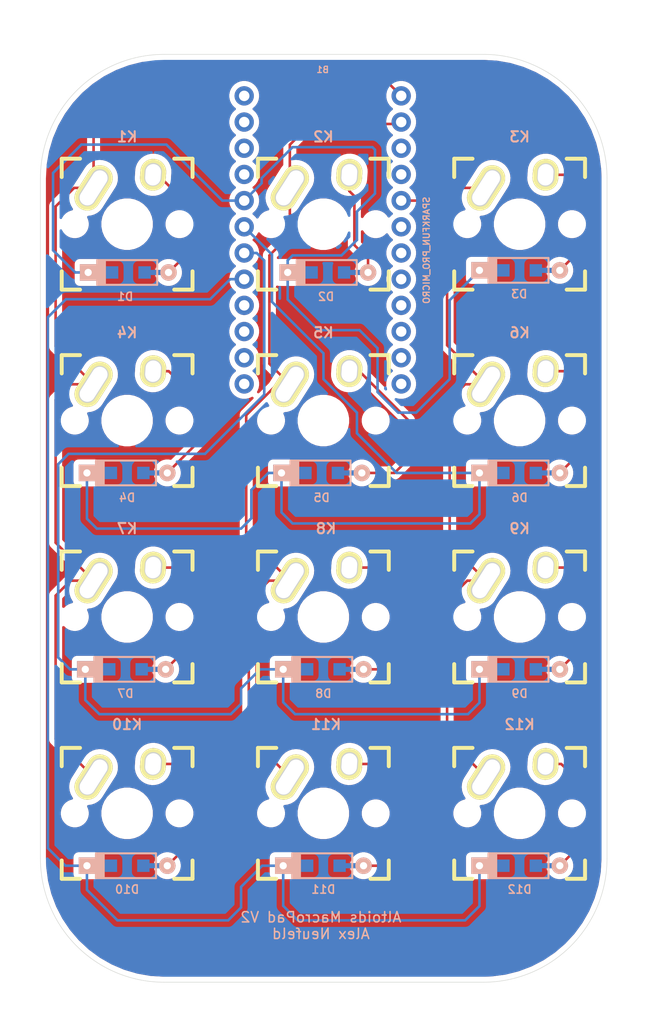
<source format=kicad_pcb>
(kicad_pcb (version 20171130) (host pcbnew 5.1.4-e60b266~84~ubuntu18.04.1)
  (layers (0 F.Cu signal) (31 B.Cu signal) (34 B.Paste user) (35 F.Paste user) (36 B.SilkS user) (37 F.SilkS user) (38 B.Mask user) (39 F.Mask user) (44 Edge.Cuts user))
  (net 0 "")
  (net 1 "Net-(D1-Pad2)")
  (net 2 "Net-(D2-Pad2)")
  (net 3 "Net-(D3-Pad2)")
  (net 4 "Net-(D4-Pad2)")
  (net 5 "Net-(D5-Pad2)")
  (net 6 "Net-(D6-Pad2)")
  (net 7 "Net-(D7-Pad2)")
  (net 8 "Net-(D8-Pad2)")
  (net 9 "Net-(D9-Pad2)")
  (net 10 "Net-(D10-Pad2)")
  (net 11 "Net-(D11-Pad2)")
  (net 12 "Net-(D12-Pad2)")
  (net 13 "Net-(B1-Pad1)")
  (net 14 "Net-(B1-Pad2)")
  (net 15 "Net-(B1-Pad3)")
  (net 16 "Net-(B1-Pad4)")
  (net 17 "Net-(B1-Pad5)")
  (net 18 "Net-(B1-Pad6)")
  (net 19 "Net-(B1-Pad7)")
  (net 20 "Net-(B1-Pad8)")
  (net 21 "Net-(B1-Pad9)")
  (net 22 "Net-(B1-Pad10)")
  (net 23 "Net-(B1-Pad11)")
  (net 24 "Net-(B1-Pad12)")
  (net 25 "Net-(B1-Pad13)")
  (net 26 "Net-(B1-Pad14)")
  (net 27 "Net-(B1-Pad15)")
  (net 28 "Net-(B1-Pad16)")
  (net 29 "Net-(B1-Pad17)")
  (net 30 "Net-(B1-Pad18)")
  (net 31 "Net-(B1-Pad19)")
  (net 32 "Net-(B1-Pad20)")
  (net 33 "Net-(B1-Pad21)")
  (net 34 "Net-(B1-Pad22)")
  (net 35 "Net-(B1-Pad23)")
  (net 36 "Net-(B1-Pad24)")
  (module keebs:Mx_Alps_100 (layer F.Cu) (at 58.39 96.42)
    (fp_text reference K4 (at 0 -8.52) (layer B.SilkS) (effects (font (thickness 0.2)) (justify mirror)))
    (fp_text value KEYSW hide)
    (pad "" np_thru_hole circle (at 0 0) (size 3.9878 3.9878) (drill 3.9878) (layers *.Cu *.Mask))
    (pad "" np_thru_hole circle (at -5.08 0) (size 1.7018 1.7018) (drill 1.7018) (layers *.Cu *.Mask))
    (pad "" np_thru_hole circle (at 5.08 0) (size 1.7018 1.7018) (drill 1.7018) (layers *.Cu *.Mask))
    (pad 1 thru_hole oval (at -3.255 -3.52 327.5) (size 2.5 4.75) (drill oval 1.5 3.75) (layers *.Cu *.Mask F.SilkS) (net 13 "Net-(B1-Pad1)"))
    (pad 2 thru_hole oval (at 2.52 -4.79 356.1) (size 2.5 3.08) (drill oval 1.5 2.08) (layers *.Cu *.Mask F.SilkS) (net 4 "Net-(D4-Pad2)"))
  )
  (module keyboard_parts:D_SOD123_axial (layer B.Cu) (at 58.23 120.55)
    (fp_text reference D7 (at 0 2.35) (layer B.SilkS) (effects (font (size 0.8 0.8)) (justify mirror)))
    (fp_text value D hide)
    (pad 2 smd rect (at 2.7 0) (size 2.5 0.5) (layers B.Cu) (net 7 "Net-(D7-Pad2)"))
    (pad 1 smd rect (at -2.7 0) (size 2.5 0.5) (layers B.Cu) (net 30 "Net-(B1-Pad18)"))
    (pad 2 thru_hole circle (at 3.9 0) (size 1.6 1.6) (drill 0.7) (layers *.Cu *.Mask B.SilkS) (net 7 "Net-(D7-Pad2)"))
    (pad 1 thru_hole rect (at -3.9 0) (size 1.6 1.6) (drill 0.7) (layers *.Cu *.Mask B.SilkS) (net 30 "Net-(B1-Pad18)"))
    (pad 1 smd rect (at -1.575 0) (size 1.2 1.2) (layers B.Cu B.Paste B.Mask) (net 30 "Net-(B1-Pad18)"))
    (pad 2 smd rect (at 1.575 0) (size 1.2 1.2) (layers B.Cu B.Paste B.Mask) (net 7 "Net-(D7-Pad2)"))
  )
  (module keyboard_parts:D_SOD123_axial (layer B.Cu) (at 96.49 101.5)
    (fp_text reference D6 (at 0 2.4) (layer B.SilkS) (effects (font (size 0.8 0.8)) (justify mirror)))
    (fp_text value D hide)
    (pad 2 smd rect (at 1.575 0) (size 1.2 1.2) (layers B.Cu B.Paste B.Mask) (net 6 "Net-(D6-Pad2)"))
    (pad 1 smd rect (at -1.575 0) (size 1.2 1.2) (layers B.Cu B.Paste B.Mask) (net 31 "Net-(B1-Pad19)"))
    (pad 1 thru_hole rect (at -3.9 0) (size 1.6 1.6) (drill 0.7) (layers *.Cu *.Mask B.SilkS) (net 31 "Net-(B1-Pad19)"))
    (pad 2 thru_hole circle (at 3.9 0) (size 1.6 1.6) (drill 0.7) (layers *.Cu *.Mask B.SilkS) (net 6 "Net-(D6-Pad2)"))
    (pad 1 smd rect (at -2.7 0) (size 2.5 0.5) (layers B.Cu) (net 31 "Net-(B1-Pad19)"))
    (pad 2 smd rect (at 2.7 0) (size 2.5 0.5) (layers B.Cu) (net 6 "Net-(D6-Pad2)"))
  )
  (module keyboard_parts:D_SOD123_axial (layer B.Cu) (at 77.275 101.5)
    (fp_text reference D5 (at 0 2.4) (layer B.SilkS) (effects (font (size 0.8 0.8)) (justify mirror)))
    (fp_text value D hide)
    (pad 2 smd rect (at 2.7 0) (size 2.5 0.5) (layers B.Cu) (net 5 "Net-(D5-Pad2)"))
    (pad 1 smd rect (at -2.7 0) (size 2.5 0.5) (layers B.Cu) (net 31 "Net-(B1-Pad19)"))
    (pad 2 thru_hole circle (at 3.9 0) (size 1.6 1.6) (drill 0.7) (layers *.Cu *.Mask B.SilkS) (net 5 "Net-(D5-Pad2)"))
    (pad 1 thru_hole rect (at -3.9 0) (size 1.6 1.6) (drill 0.7) (layers *.Cu *.Mask B.SilkS) (net 31 "Net-(B1-Pad19)"))
    (pad 1 smd rect (at -1.575 0) (size 1.2 1.2) (layers B.Cu B.Paste B.Mask) (net 31 "Net-(B1-Pad19)"))
    (pad 2 smd rect (at 1.575 0) (size 1.2 1.2) (layers B.Cu B.Paste B.Mask) (net 5 "Net-(D5-Pad2)"))
  )
  (module keyboard_parts:D_SOD123_axial (layer B.Cu) (at 58.39 101.5)
    (fp_text reference D4 (at 0 2.4) (layer B.SilkS) (effects (font (size 0.8 0.8)) (justify mirror)))
    (fp_text value D hide)
    (pad 2 smd rect (at 1.575 0) (size 1.2 1.2) (layers B.Cu B.Paste B.Mask) (net 4 "Net-(D4-Pad2)"))
    (pad 1 smd rect (at -1.575 0) (size 1.2 1.2) (layers B.Cu B.Paste B.Mask) (net 31 "Net-(B1-Pad19)"))
    (pad 1 thru_hole rect (at -3.9 0) (size 1.6 1.6) (drill 0.7) (layers *.Cu *.Mask B.SilkS) (net 31 "Net-(B1-Pad19)"))
    (pad 2 thru_hole circle (at 3.9 0) (size 1.6 1.6) (drill 0.7) (layers *.Cu *.Mask B.SilkS) (net 4 "Net-(D4-Pad2)"))
    (pad 1 smd rect (at -2.7 0) (size 2.5 0.5) (layers B.Cu) (net 31 "Net-(B1-Pad19)"))
    (pad 2 smd rect (at 2.7 0) (size 2.5 0.5) (layers B.Cu) (net 4 "Net-(D4-Pad2)"))
  )
  (module keyboard_parts:D_SOD123_axial (layer B.Cu) (at 96.49 81.850001)
    (fp_text reference D3 (at -0.04 2.299999) (layer B.SilkS) (effects (font (size 0.8 0.8)) (justify mirror)))
    (fp_text value D hide)
    (pad 2 smd rect (at 2.7 0) (size 2.5 0.5) (layers B.Cu) (net 3 "Net-(D3-Pad2)"))
    (pad 1 smd rect (at -2.7 0) (size 2.5 0.5) (layers B.Cu) (net 32 "Net-(B1-Pad20)"))
    (pad 2 thru_hole circle (at 3.9 0) (size 1.6 1.6) (drill 0.7) (layers *.Cu *.Mask B.SilkS) (net 3 "Net-(D3-Pad2)"))
    (pad 1 thru_hole rect (at -3.9 0) (size 1.6 1.6) (drill 0.7) (layers *.Cu *.Mask B.SilkS) (net 32 "Net-(B1-Pad20)"))
    (pad 1 smd rect (at -1.575 0) (size 1.2 1.2) (layers B.Cu B.Paste B.Mask) (net 32 "Net-(B1-Pad20)"))
    (pad 2 smd rect (at 1.575 0) (size 1.2 1.2) (layers B.Cu B.Paste B.Mask) (net 3 "Net-(D3-Pad2)"))
  )
  (module keyboard_parts:D_SOD123_axial (layer B.Cu) (at 77.876629 82.053194)
    (fp_text reference D2 (at -0.176629 2.346806) (layer B.SilkS) (effects (font (size 0.8 0.8)) (justify mirror)))
    (fp_text value D hide)
    (pad 2 smd rect (at 1.575 0) (size 1.2 1.2) (layers B.Cu B.Paste B.Mask) (net 2 "Net-(D2-Pad2)"))
    (pad 1 smd rect (at -1.575 0) (size 1.2 1.2) (layers B.Cu B.Paste B.Mask) (net 32 "Net-(B1-Pad20)"))
    (pad 1 thru_hole rect (at -3.9 0) (size 1.6 1.6) (drill 0.7) (layers *.Cu *.Mask B.SilkS) (net 32 "Net-(B1-Pad20)"))
    (pad 2 thru_hole circle (at 3.9 0) (size 1.6 1.6) (drill 0.7) (layers *.Cu *.Mask B.SilkS) (net 2 "Net-(D2-Pad2)"))
    (pad 1 smd rect (at -2.7 0) (size 2.5 0.5) (layers B.Cu) (net 32 "Net-(B1-Pad20)"))
    (pad 2 smd rect (at 2.7 0) (size 2.5 0.5) (layers B.Cu) (net 2 "Net-(D2-Pad2)"))
  )
  (module keebs:Mx_Alps_100 (layer F.Cu) (at 58.39 134.52)
    (fp_text reference K10 (at 0 -8.62) (layer B.SilkS) (effects (font (thickness 0.2)) (justify mirror)))
    (fp_text value KEYSW hide)
    (pad "" np_thru_hole circle (at 0 0) (size 3.9878 3.9878) (drill 3.9878) (layers *.Cu *.Mask))
    (pad "" np_thru_hole circle (at -5.08 0) (size 1.7018 1.7018) (drill 1.7018) (layers *.Cu *.Mask))
    (pad "" np_thru_hole circle (at 5.08 0) (size 1.7018 1.7018) (drill 1.7018) (layers *.Cu *.Mask))
    (pad 1 thru_hole oval (at -3.255 -3.52 327.5) (size 2.5 4.75) (drill oval 1.5 3.75) (layers *.Cu *.Mask F.SilkS) (net 13 "Net-(B1-Pad1)"))
    (pad 2 thru_hole oval (at 2.52 -4.79 356.1) (size 2.5 3.08) (drill oval 1.5 2.08) (layers *.Cu *.Mask F.SilkS) (net 10 "Net-(D10-Pad2)"))
  )
  (module keebs:Mx_Alps_100 (layer F.Cu) (at 96.49 134.52)
    (fp_text reference K12 (at 0 -8.62) (layer B.SilkS) (effects (font (thickness 0.2)) (justify mirror)))
    (fp_text value KEYSW hide)
    (pad "" np_thru_hole circle (at 0 0) (size 3.9878 3.9878) (drill 3.9878) (layers *.Cu *.Mask))
    (pad "" np_thru_hole circle (at -5.08 0) (size 1.7018 1.7018) (drill 1.7018) (layers *.Cu *.Mask))
    (pad "" np_thru_hole circle (at 5.08 0) (size 1.7018 1.7018) (drill 1.7018) (layers *.Cu *.Mask))
    (pad 1 thru_hole oval (at -3.255 -3.52 327.5) (size 2.5 4.75) (drill oval 1.5 3.75) (layers *.Cu *.Mask F.SilkS) (net 17 "Net-(B1-Pad5)"))
    (pad 2 thru_hole oval (at 2.52 -4.79 356.1) (size 2.5 3.08) (drill oval 1.5 2.08) (layers *.Cu *.Mask F.SilkS) (net 12 "Net-(D12-Pad2)"))
  )
  (module keebs:Mx_Alps_100 (layer F.Cu) (at 77.44 134.52)
    (fp_text reference K11 (at 0.26 -8.62) (layer B.SilkS) (effects (font (thickness 0.2)) (justify mirror)))
    (fp_text value KEYSW hide)
    (pad "" np_thru_hole circle (at 0 0) (size 3.9878 3.9878) (drill 3.9878) (layers *.Cu *.Mask))
    (pad "" np_thru_hole circle (at -5.08 0) (size 1.7018 1.7018) (drill 1.7018) (layers *.Cu *.Mask))
    (pad "" np_thru_hole circle (at 5.08 0) (size 1.7018 1.7018) (drill 1.7018) (layers *.Cu *.Mask))
    (pad 1 thru_hole oval (at -3.255 -3.52 327.5) (size 2.5 4.75) (drill oval 1.5 3.75) (layers *.Cu *.Mask F.SilkS) (net 14 "Net-(B1-Pad2)"))
    (pad 2 thru_hole oval (at 2.52 -4.79 356.1) (size 2.5 3.08) (drill oval 1.5 2.08) (layers *.Cu *.Mask F.SilkS) (net 11 "Net-(D11-Pad2)"))
  )
  (module keebs:Mx_Alps_100 (layer F.Cu) (at 77.44 96.42)
    (fp_text reference K5 (at 0 -8.52) (layer B.SilkS) (effects (font (thickness 0.2)) (justify mirror)))
    (fp_text value KEYSW hide)
    (pad 2 thru_hole oval (at 2.52 -4.79 356.1) (size 2.5 3.08) (drill oval 1.5 2.08) (layers *.Cu *.Mask F.SilkS) (net 5 "Net-(D5-Pad2)"))
    (pad 1 thru_hole oval (at -3.255 -3.52 327.5) (size 2.5 4.75) (drill oval 1.5 3.75) (layers *.Cu *.Mask F.SilkS) (net 14 "Net-(B1-Pad2)"))
    (pad "" np_thru_hole circle (at 5.08 0) (size 1.7018 1.7018) (drill 1.7018) (layers *.Cu *.Mask))
    (pad "" np_thru_hole circle (at -5.08 0) (size 1.7018 1.7018) (drill 1.7018) (layers *.Cu *.Mask))
    (pad "" np_thru_hole circle (at 0 0) (size 3.9878 3.9878) (drill 3.9878) (layers *.Cu *.Mask))
  )
  (module SPARKFUN_PRO_MICRO (layer B.Cu) (at 77.375 77.625 180)
    (fp_text reference B1 (at 0 15.24) (layer B.SilkS) (effects (font (size 0.6096 0.6096) (thickness 0.127)) (justify mirror)))
    (fp_text value SPARKFUN_PRO_MICRO (at -10.075 -2.275 270) (layer B.SilkS) (effects (font (size 0.6096 0.6096) (thickness 0.127)) (justify mirror)))
    (pad 1 thru_hole circle (at -7.62 12.7 180) (size 1.8796 1.8796) (drill 1.016) (layers *.Cu *.Mask) (net 13 "Net-(B1-Pad1)"))
    (pad 2 thru_hole circle (at -7.62 10.16 180) (size 1.8796 1.8796) (drill 1.016) (layers *.Cu *.Mask) (net 14 "Net-(B1-Pad2)"))
    (pad 3 thru_hole circle (at -7.62 7.62 180) (size 1.8796 1.8796) (drill 1.016) (layers *.Cu *.Mask) (net 15 "Net-(B1-Pad3)"))
    (pad 4 thru_hole circle (at -7.62 5.08 180) (size 1.8796 1.8796) (drill 1.016) (layers *.Cu *.Mask) (net 16 "Net-(B1-Pad4)"))
    (pad 5 thru_hole circle (at -7.62 2.54 180) (size 1.8796 1.8796) (drill 1.016) (layers *.Cu *.Mask) (net 17 "Net-(B1-Pad5)"))
    (pad 6 thru_hole circle (at -7.62 0 180) (size 1.8796 1.8796) (drill 1.016) (layers *.Cu *.Mask) (net 18 "Net-(B1-Pad6)"))
    (pad 7 thru_hole circle (at -7.62 -2.54 180) (size 1.8796 1.8796) (drill 1.016) (layers *.Cu *.Mask) (net 19 "Net-(B1-Pad7)"))
    (pad 8 thru_hole circle (at -7.62 -5.08 180) (size 1.8796 1.8796) (drill 1.016) (layers *.Cu *.Mask) (net 20 "Net-(B1-Pad8)"))
    (pad 9 thru_hole circle (at -7.62 -7.62 180) (size 1.8796 1.8796) (drill 1.016) (layers *.Cu *.Mask) (net 21 "Net-(B1-Pad9)"))
    (pad 10 thru_hole circle (at -7.62 -10.16 180) (size 1.8796 1.8796) (drill 1.016) (layers *.Cu *.Mask) (net 22 "Net-(B1-Pad10)"))
    (pad 11 thru_hole circle (at -7.62 -12.7 180) (size 1.8796 1.8796) (drill 1.016) (layers *.Cu *.Mask) (net 23 "Net-(B1-Pad11)"))
    (pad 12 thru_hole circle (at -7.62 -15.24 180) (size 1.8796 1.8796) (drill 1.016) (layers *.Cu *.Mask) (net 24 "Net-(B1-Pad12)"))
    (pad 13 thru_hole circle (at 7.62 -15.24 180) (size 1.8796 1.8796) (drill 1.016) (layers *.Cu *.Mask) (net 25 "Net-(B1-Pad13)"))
    (pad 14 thru_hole circle (at 7.62 -12.7 180) (size 1.8796 1.8796) (drill 1.016) (layers *.Cu *.Mask) (net 26 "Net-(B1-Pad14)"))
    (pad 15 thru_hole circle (at 7.62 -10.16 180) (size 1.8796 1.8796) (drill 1.016) (layers *.Cu *.Mask) (net 27 "Net-(B1-Pad15)"))
    (pad 16 thru_hole circle (at 7.62 -7.62 180) (size 1.8796 1.8796) (drill 1.016) (layers *.Cu *.Mask) (net 28 "Net-(B1-Pad16)"))
    (pad 17 thru_hole circle (at 7.62 -5.08 180) (size 1.8796 1.8796) (drill 1.016) (layers *.Cu *.Mask) (net 29 "Net-(B1-Pad17)"))
    (pad 18 thru_hole circle (at 7.62 -2.54 180) (size 1.8796 1.8796) (drill 1.016) (layers *.Cu *.Mask) (net 30 "Net-(B1-Pad18)"))
    (pad 19 thru_hole circle (at 7.62 0 180) (size 1.8796 1.8796) (drill 1.016) (layers *.Cu *.Mask) (net 31 "Net-(B1-Pad19)"))
    (pad 20 thru_hole circle (at 7.62 2.54 180) (size 1.8796 1.8796) (drill 1.016) (layers *.Cu *.Mask) (net 32 "Net-(B1-Pad20)"))
    (pad 21 thru_hole circle (at 7.62 5.08 180) (size 1.8796 1.8796) (drill 1.016) (layers *.Cu *.Mask) (net 33 "Net-(B1-Pad21)"))
    (pad 22 thru_hole circle (at 7.62 7.62 180) (size 1.8796 1.8796) (drill 1.016) (layers *.Cu *.Mask) (net 34 "Net-(B1-Pad22)"))
    (pad 23 thru_hole circle (at 7.62 10.16 180) (size 1.8796 1.8796) (drill 1.016) (layers *.Cu *.Mask) (net 35 "Net-(B1-Pad23)"))
    (pad 24 thru_hole circle (at 7.62 12.7 180) (size 1.8796 1.8796) (drill 1.016) (layers *.Cu *.Mask) (net 36 "Net-(B1-Pad24)"))
  )
  (module keebs:Mx_Alps_100 (layer F.Cu) (at 58.39 77.37)
    (fp_text reference K1 (at 0 -8.47) (layer B.SilkS) (effects (font (thickness 0.2)) (justify mirror)))
    (fp_text value KEYSW hide)
    (pad 2 thru_hole oval (at 2.52 -4.79 356.1) (size 2.5 3.08) (drill oval 1.5 2.08) (layers *.Cu *.Mask F.SilkS) (net 1 "Net-(D1-Pad2)"))
    (pad 1 thru_hole oval (at -3.255 -3.52 327.5) (size 2.5 4.75) (drill oval 1.5 3.75) (layers *.Cu *.Mask F.SilkS) (net 13 "Net-(B1-Pad1)"))
    (pad "" np_thru_hole circle (at 5.08 0) (size 1.7018 1.7018) (drill 1.7018) (layers *.Cu *.Mask))
    (pad "" np_thru_hole circle (at -5.08 0) (size 1.7018 1.7018) (drill 1.7018) (layers *.Cu *.Mask))
    (pad "" np_thru_hole circle (at 0 0) (size 3.9878 3.9878) (drill 3.9878) (layers *.Cu *.Mask))
  )
  (module keebs:Mx_Alps_100 (layer F.Cu) (at 77.44 115.47)
    (fp_text reference K8 (at 0.26 -8.57) (layer B.SilkS) (effects (font (thickness 0.2)) (justify mirror)))
    (fp_text value KEYSW hide)
    (pad 2 thru_hole oval (at 2.52 -4.79 356.1) (size 2.5 3.08) (drill oval 1.5 2.08) (layers *.Cu *.Mask F.SilkS) (net 8 "Net-(D8-Pad2)"))
    (pad 1 thru_hole oval (at -3.255 -3.52 327.5) (size 2.5 4.75) (drill oval 1.5 3.75) (layers *.Cu *.Mask F.SilkS) (net 14 "Net-(B1-Pad2)"))
    (pad "" np_thru_hole circle (at 5.08 0) (size 1.7018 1.7018) (drill 1.7018) (layers *.Cu *.Mask))
    (pad "" np_thru_hole circle (at -5.08 0) (size 1.7018 1.7018) (drill 1.7018) (layers *.Cu *.Mask))
    (pad "" np_thru_hole circle (at 0 0) (size 3.9878 3.9878) (drill 3.9878) (layers *.Cu *.Mask))
  )
  (module keyboard_parts:D_SOD123_axial (layer B.Cu) (at 58.507865 82.053194)
    (fp_text reference D1 (at -0.307865 2.346806) (layer B.SilkS) (effects (font (size 0.8 0.8)) (justify mirror)))
    (fp_text value D hide)
    (pad 2 smd rect (at 2.7 0) (size 2.5 0.5) (layers B.Cu) (net 1 "Net-(D1-Pad2)"))
    (pad 1 smd rect (at -2.7 0) (size 2.5 0.5) (layers B.Cu) (net 32 "Net-(B1-Pad20)"))
    (pad 2 thru_hole circle (at 3.9 0) (size 1.6 1.6) (drill 0.7) (layers *.Cu *.Mask B.SilkS) (net 1 "Net-(D1-Pad2)"))
    (pad 1 thru_hole rect (at -3.9 0) (size 1.6 1.6) (drill 0.7) (layers *.Cu *.Mask B.SilkS) (net 32 "Net-(B1-Pad20)"))
    (pad 1 smd rect (at -1.575 0) (size 1.2 1.2) (layers B.Cu B.Paste B.Mask) (net 32 "Net-(B1-Pad20)"))
    (pad 2 smd rect (at 1.575 0) (size 1.2 1.2) (layers B.Cu B.Paste B.Mask) (net 1 "Net-(D1-Pad2)"))
  )
  (module keyboard_parts:D_SOD123_axial (layer B.Cu) (at 77.44 120.55)
    (fp_text reference D8 (at 0 2.35) (layer B.SilkS) (effects (font (size 0.8 0.8)) (justify mirror)))
    (fp_text value D hide)
    (pad 2 smd rect (at 1.575 0) (size 1.2 1.2) (layers B.Cu B.Paste B.Mask) (net 8 "Net-(D8-Pad2)"))
    (pad 1 smd rect (at -1.575 0) (size 1.2 1.2) (layers B.Cu B.Paste B.Mask) (net 30 "Net-(B1-Pad18)"))
    (pad 1 thru_hole rect (at -3.9 0) (size 1.6 1.6) (drill 0.7) (layers *.Cu *.Mask B.SilkS) (net 30 "Net-(B1-Pad18)"))
    (pad 2 thru_hole circle (at 3.9 0) (size 1.6 1.6) (drill 0.7) (layers *.Cu *.Mask B.SilkS) (net 8 "Net-(D8-Pad2)"))
    (pad 1 smd rect (at -2.7 0) (size 2.5 0.5) (layers B.Cu) (net 30 "Net-(B1-Pad18)"))
    (pad 2 smd rect (at 2.7 0) (size 2.5 0.5) (layers B.Cu) (net 8 "Net-(D8-Pad2)"))
  )
  (module keyboard_parts:D_SOD123_axial (layer B.Cu) (at 58.39 139.6)
    (fp_text reference D10 (at 0 2.3) (layer B.SilkS) (effects (font (size 0.8 0.8)) (justify mirror)))
    (fp_text value D hide)
    (pad 2 smd rect (at 1.575 0) (size 1.2 1.2) (layers B.Cu B.Paste B.Mask) (net 10 "Net-(D10-Pad2)"))
    (pad 1 smd rect (at -1.575 0) (size 1.2 1.2) (layers B.Cu B.Paste B.Mask) (net 29 "Net-(B1-Pad17)"))
    (pad 1 thru_hole rect (at -3.9 0) (size 1.6 1.6) (drill 0.7) (layers *.Cu *.Mask B.SilkS) (net 29 "Net-(B1-Pad17)"))
    (pad 2 thru_hole circle (at 3.9 0) (size 1.6 1.6) (drill 0.7) (layers *.Cu *.Mask B.SilkS) (net 10 "Net-(D10-Pad2)"))
    (pad 1 smd rect (at -2.7 0) (size 2.5 0.5) (layers B.Cu) (net 29 "Net-(B1-Pad17)"))
    (pad 2 smd rect (at 2.7 0) (size 2.5 0.5) (layers B.Cu) (net 10 "Net-(D10-Pad2)"))
  )
  (module keyboard_parts:D_SOD123_axial (layer B.Cu) (at 96.49 139.6)
    (fp_text reference D12 (at 0 2.3) (layer B.SilkS) (effects (font (size 0.8 0.8)) (justify mirror)))
    (fp_text value D hide)
    (pad 2 smd rect (at 1.575 0) (size 1.2 1.2) (layers B.Cu B.Paste B.Mask) (net 12 "Net-(D12-Pad2)"))
    (pad 1 smd rect (at -1.575 0) (size 1.2 1.2) (layers B.Cu B.Paste B.Mask) (net 29 "Net-(B1-Pad17)"))
    (pad 1 thru_hole rect (at -3.9 0) (size 1.6 1.6) (drill 0.7) (layers *.Cu *.Mask B.SilkS) (net 29 "Net-(B1-Pad17)"))
    (pad 2 thru_hole circle (at 3.9 0) (size 1.6 1.6) (drill 0.7) (layers *.Cu *.Mask B.SilkS) (net 12 "Net-(D12-Pad2)"))
    (pad 1 smd rect (at -2.7 0) (size 2.5 0.5) (layers B.Cu) (net 29 "Net-(B1-Pad17)"))
    (pad 2 smd rect (at 2.7 0) (size 2.5 0.5) (layers B.Cu) (net 12 "Net-(D12-Pad2)"))
  )
  (module keyboard_parts:D_SOD123_axial (layer B.Cu) (at 77.44 139.6)
    (fp_text reference D11 (at 0 2.3) (layer B.SilkS) (effects (font (size 0.8 0.8)) (justify mirror)))
    (fp_text value D hide)
    (pad 2 smd rect (at 2.7 0) (size 2.5 0.5) (layers B.Cu) (net 11 "Net-(D11-Pad2)"))
    (pad 1 smd rect (at -2.7 0) (size 2.5 0.5) (layers B.Cu) (net 29 "Net-(B1-Pad17)"))
    (pad 2 thru_hole circle (at 3.9 0) (size 1.6 1.6) (drill 0.7) (layers *.Cu *.Mask B.SilkS) (net 11 "Net-(D11-Pad2)"))
    (pad 1 thru_hole rect (at -3.9 0) (size 1.6 1.6) (drill 0.7) (layers *.Cu *.Mask B.SilkS) (net 29 "Net-(B1-Pad17)"))
    (pad 1 smd rect (at -1.575 0) (size 1.2 1.2) (layers B.Cu B.Paste B.Mask) (net 29 "Net-(B1-Pad17)"))
    (pad 2 smd rect (at 1.575 0) (size 1.2 1.2) (layers B.Cu B.Paste B.Mask) (net 11 "Net-(D11-Pad2)"))
  )
  (module keebs:Mx_Alps_100 (layer F.Cu) (at 77.44 77.37)
    (fp_text reference K2 (at 0 -8.47) (layer B.SilkS) (effects (font (thickness 0.2)) (justify mirror)))
    (fp_text value KEYSW hide)
    (pad "" np_thru_hole circle (at 0 0) (size 3.9878 3.9878) (drill 3.9878) (layers *.Cu *.Mask))
    (pad "" np_thru_hole circle (at -5.08 0) (size 1.7018 1.7018) (drill 1.7018) (layers *.Cu *.Mask))
    (pad "" np_thru_hole circle (at 5.08 0) (size 1.7018 1.7018) (drill 1.7018) (layers *.Cu *.Mask))
    (pad 1 thru_hole oval (at -3.255 -3.52 327.5) (size 2.5 4.75) (drill oval 1.5 3.75) (layers *.Cu *.Mask F.SilkS) (net 14 "Net-(B1-Pad2)"))
    (pad 2 thru_hole oval (at 2.52 -4.79 356.1) (size 2.5 3.08) (drill oval 1.5 2.08) (layers *.Cu *.Mask F.SilkS) (net 2 "Net-(D2-Pad2)"))
  )
  (module keebs:Mx_Alps_100 (layer F.Cu) (at 96.49 96.42)
    (fp_text reference K6 (at 0 -8.52) (layer B.SilkS) (effects (font (thickness 0.2)) (justify mirror)))
    (fp_text value KEYSW hide)
    (pad 2 thru_hole oval (at 2.52 -4.79 356.1) (size 2.5 3.08) (drill oval 1.5 2.08) (layers *.Cu *.Mask F.SilkS) (net 6 "Net-(D6-Pad2)"))
    (pad 1 thru_hole oval (at -3.255 -3.52 327.5) (size 2.5 4.75) (drill oval 1.5 3.75) (layers *.Cu *.Mask F.SilkS) (net 17 "Net-(B1-Pad5)"))
    (pad "" np_thru_hole circle (at 5.08 0) (size 1.7018 1.7018) (drill 1.7018) (layers *.Cu *.Mask))
    (pad "" np_thru_hole circle (at -5.08 0) (size 1.7018 1.7018) (drill 1.7018) (layers *.Cu *.Mask))
    (pad "" np_thru_hole circle (at 0 0) (size 3.9878 3.9878) (drill 3.9878) (layers *.Cu *.Mask))
  )
  (module keebs:Mx_Alps_100 (layer F.Cu) (at 58.39 115.47)
    (fp_text reference K7 (at 0 -8.57) (layer B.SilkS) (effects (font (thickness 0.2)) (justify mirror)))
    (fp_text value KEYSW hide)
    (pad 2 thru_hole oval (at 2.52 -4.79 356.1) (size 2.5 3.08) (drill oval 1.5 2.08) (layers *.Cu *.Mask F.SilkS) (net 7 "Net-(D7-Pad2)"))
    (pad 1 thru_hole oval (at -3.255 -3.52 327.5) (size 2.5 4.75) (drill oval 1.5 3.75) (layers *.Cu *.Mask F.SilkS) (net 13 "Net-(B1-Pad1)"))
    (pad "" np_thru_hole circle (at 5.08 0) (size 1.7018 1.7018) (drill 1.7018) (layers *.Cu *.Mask))
    (pad "" np_thru_hole circle (at -5.08 0) (size 1.7018 1.7018) (drill 1.7018) (layers *.Cu *.Mask))
    (pad "" np_thru_hole circle (at 0 0) (size 3.9878 3.9878) (drill 3.9878) (layers *.Cu *.Mask))
  )
  (module keyboard_parts:D_SOD123_axial (layer B.Cu) (at 96.49 120.55)
    (fp_text reference D9 (at 0 2.35) (layer B.SilkS) (effects (font (size 0.8 0.8)) (justify mirror)))
    (fp_text value D hide)
    (pad 2 smd rect (at 2.7 0) (size 2.5 0.5) (layers B.Cu) (net 9 "Net-(D9-Pad2)"))
    (pad 1 smd rect (at -2.7 0) (size 2.5 0.5) (layers B.Cu) (net 30 "Net-(B1-Pad18)"))
    (pad 2 thru_hole circle (at 3.9 0) (size 1.6 1.6) (drill 0.7) (layers *.Cu *.Mask B.SilkS) (net 9 "Net-(D9-Pad2)"))
    (pad 1 thru_hole rect (at -3.9 0) (size 1.6 1.6) (drill 0.7) (layers *.Cu *.Mask B.SilkS) (net 30 "Net-(B1-Pad18)"))
    (pad 1 smd rect (at -1.575 0) (size 1.2 1.2) (layers B.Cu B.Paste B.Mask) (net 30 "Net-(B1-Pad18)"))
    (pad 2 smd rect (at 1.575 0) (size 1.2 1.2) (layers B.Cu B.Paste B.Mask) (net 9 "Net-(D9-Pad2)"))
  )
  (module keebs:Mx_Alps_100 (layer F.Cu) (at 96.49 115.47)
    (fp_text reference K9 (at 0 -8.57) (layer B.SilkS) (effects (font (thickness 0.2)) (justify mirror)))
    (fp_text value KEYSW hide)
    (pad "" np_thru_hole circle (at 0 0) (size 3.9878 3.9878) (drill 3.9878) (layers *.Cu *.Mask))
    (pad "" np_thru_hole circle (at -5.08 0) (size 1.7018 1.7018) (drill 1.7018) (layers *.Cu *.Mask))
    (pad "" np_thru_hole circle (at 5.08 0) (size 1.7018 1.7018) (drill 1.7018) (layers *.Cu *.Mask))
    (pad 1 thru_hole oval (at -3.255 -3.52 327.5) (size 2.5 4.75) (drill oval 1.5 3.75) (layers *.Cu *.Mask F.SilkS) (net 17 "Net-(B1-Pad5)"))
    (pad 2 thru_hole oval (at 2.52 -4.79 356.1) (size 2.5 3.08) (drill oval 1.5 2.08) (layers *.Cu *.Mask F.SilkS) (net 9 "Net-(D9-Pad2)"))
  )
  (module keebs:Mx_Alps_100 (layer F.Cu) (at 96.49 77.37)
    (fp_text reference K3 (at 0 -8.47) (layer B.SilkS) (effects (font (thickness 0.2)) (justify mirror)))
    (fp_text value KEYSW hide)
    (pad 2 thru_hole oval (at 2.52 -4.79 356.1) (size 2.5 3.08) (drill oval 1.5 2.08) (layers *.Cu *.Mask F.SilkS) (net 3 "Net-(D3-Pad2)"))
    (pad 1 thru_hole oval (at -3.255 -3.52 327.5) (size 2.5 4.75) (drill oval 1.5 3.75) (layers *.Cu *.Mask F.SilkS) (net 17 "Net-(B1-Pad5)"))
    (pad "" np_thru_hole circle (at 5.08 0) (size 1.7018 1.7018) (drill 1.7018) (layers *.Cu *.Mask))
    (pad "" np_thru_hole circle (at -5.08 0) (size 1.7018 1.7018) (drill 1.7018) (layers *.Cu *.Mask))
    (pad "" np_thru_hole circle (at 0 0) (size 3.9878 3.9878) (drill 3.9878) (layers *.Cu *.Mask))
  )
  (gr_arc (start 74.791199 111.0061) (end 75.423743 111.409075) (angle -180) (layer Edge.Cuts) (width 0.2))
  (gr_line (start 80.690199 111.0252) (end 80.729699 110.4466) (layer Edge.Cuts) (width 0.2))
  (gr_arc (start 79.981399 110.3956) (end 80.729663 110.446612) (angle -180) (layer Edge.Cuts) (width 0.2))
  (gr_line (start 74.214799 113.3067) (end 75.423699 111.4091) (layer Edge.Cuts) (width 0.2))
  (gr_line (start 72.949699 112.5007) (end 74.158599 110.6031) (layer Edge.Cuts) (width 0.2))
  (gr_arc (start 73.582199 112.9037) (end 72.949656 112.500726) (angle -180) (layer Edge.Cuts) (width 0.2))
  (gr_line (start 79.193699 110.9232) (end 79.233199 110.3446) (layer Edge.Cuts) (width 0.2))
  (gr_arc (start 79.942 110.9742) (end 79.193736 110.923189) (angle -180) (layer Edge.Cuts) (width 0.2))
  (gr_arc (start 93.815799 110.9807) (end 94.448343 111.383675) (angle -180) (layer Edge.Cuts) (width 0.2))
  (gr_line (start 99.714799 110.9998) (end 99.754299 110.4212) (layer Edge.Cuts) (width 0.2))
  (gr_arc (start 99.005999 110.3702) (end 99.754263 110.421212) (angle -180) (layer Edge.Cuts) (width 0.2))
  (gr_line (start 93.239399 113.2813) (end 94.448299 111.3837) (layer Edge.Cuts) (width 0.2))
  (gr_line (start 91.974299 112.4753) (end 93.183199 110.5777) (layer Edge.Cuts) (width 0.2))
  (gr_arc (start 92.606799 112.8783) (end 91.974256 112.475326) (angle -180) (layer Edge.Cuts) (width 0.2))
  (gr_line (start 98.218299 110.8978) (end 98.257799 110.3192) (layer Edge.Cuts) (width 0.2))
  (gr_arc (start 98.9666 110.9488) (end 98.218336 110.897789) (angle -180) (layer Edge.Cuts) (width 0.2))
  (gr_arc (start 93.841199 130.0307) (end 94.473743 130.433675) (angle -180) (layer Edge.Cuts) (width 0.2))
  (gr_line (start 99.740199 130.0498) (end 99.779699 129.4712) (layer Edge.Cuts) (width 0.2))
  (gr_arc (start 99.031399 129.4202) (end 99.779663 129.471212) (angle -180) (layer Edge.Cuts) (width 0.2))
  (gr_line (start 93.264799 132.3313) (end 94.473699 130.4337) (layer Edge.Cuts) (width 0.2))
  (gr_line (start 91.999699 131.5253) (end 93.208599 129.6277) (layer Edge.Cuts) (width 0.2))
  (gr_arc (start 92.632199 131.9283) (end 91.999656 131.525326) (angle -180) (layer Edge.Cuts) (width 0.2))
  (gr_line (start 98.243699 129.9478) (end 98.283199 129.3692) (layer Edge.Cuts) (width 0.2))
  (gr_arc (start 98.992 129.9988) (end 98.243736 129.947789) (angle -180) (layer Edge.Cuts) (width 0.2))
  (gr_arc (start 74.791199 130.0307) (end 75.423743 130.433675) (angle -180) (layer Edge.Cuts) (width 0.2))
  (gr_line (start 80.690199 130.0498) (end 80.729699 129.4712) (layer Edge.Cuts) (width 0.2))
  (gr_arc (start 79.981399 129.4202) (end 80.729663 129.471212) (angle -180) (layer Edge.Cuts) (width 0.2))
  (gr_line (start 74.214799 132.3313) (end 75.423699 130.4337) (layer Edge.Cuts) (width 0.2))
  (gr_line (start 72.949699 131.5253) (end 74.158599 129.6277) (layer Edge.Cuts) (width 0.2))
  (gr_arc (start 73.582199 131.9283) (end 72.949656 131.525326) (angle -180) (layer Edge.Cuts) (width 0.2))
  (gr_line (start 79.193699 129.9478) (end 79.233199 129.3692) (layer Edge.Cuts) (width 0.2))
  (gr_arc (start 79.942 129.9988) (end 79.193736 129.947789) (angle -180) (layer Edge.Cuts) (width 0.2))
  (gr_arc (start 55.741199 130.0307) (end 56.373743 130.433675) (angle -180) (layer Edge.Cuts) (width 0.2))
  (gr_line (start 61.640199 130.0498) (end 61.679699 129.4712) (layer Edge.Cuts) (width 0.2))
  (gr_arc (start 60.931399 129.4202) (end 61.679663 129.471212) (angle -180) (layer Edge.Cuts) (width 0.2))
  (gr_line (start 55.164799 132.3313) (end 56.373699 130.4337) (layer Edge.Cuts) (width 0.2))
  (gr_line (start 53.899699 131.5253) (end 55.108599 129.6277) (layer Edge.Cuts) (width 0.2))
  (gr_arc (start 54.532199 131.9283) (end 53.899656 131.525326) (angle -180) (layer Edge.Cuts) (width 0.2))
  (gr_line (start 60.143699 129.9478) (end 60.183199 129.3692) (layer Edge.Cuts) (width 0.2))
  (gr_arc (start 60.892 129.9988) (end 60.143736 129.947789) (angle -180) (layer Edge.Cuts) (width 0.2))
  (gr_arc (start 55.766599 110.9807) (end 56.399143 111.383675) (angle -180) (layer Edge.Cuts) (width 0.2))
  (gr_line (start 61.665599 110.9998) (end 61.705099 110.4212) (layer Edge.Cuts) (width 0.2))
  (gr_arc (start 60.956799 110.3702) (end 61.705063 110.421212) (angle -180) (layer Edge.Cuts) (width 0.2))
  (gr_line (start 55.190199 113.2813) (end 56.399099 111.3837) (layer Edge.Cuts) (width 0.2))
  (gr_line (start 53.925099 112.4753) (end 55.133999 110.5777) (layer Edge.Cuts) (width 0.2))
  (gr_arc (start 54.557599 112.8783) (end 53.925056 112.475326) (angle -180) (layer Edge.Cuts) (width 0.2))
  (gr_line (start 60.169099 110.8978) (end 60.208599 110.3192) (layer Edge.Cuts) (width 0.2))
  (gr_arc (start 60.9174 110.9488) (end 60.169136 110.897789) (angle -180) (layer Edge.Cuts) (width 0.2))
  (gr_arc (start 55.741199 91.9561) (end 56.373743 92.359075) (angle -180) (layer Edge.Cuts) (width 0.2))
  (gr_line (start 61.640199 91.9752) (end 61.679699 91.3966) (layer Edge.Cuts) (width 0.2))
  (gr_arc (start 60.931399 91.3456) (end 61.679663 91.396612) (angle -180) (layer Edge.Cuts) (width 0.2))
  (gr_line (start 55.164799 94.2567) (end 56.373699 92.3591) (layer Edge.Cuts) (width 0.2))
  (gr_line (start 53.899699 93.4507) (end 55.108599 91.5531) (layer Edge.Cuts) (width 0.2))
  (gr_arc (start 54.532199 93.8537) (end 53.899656 93.450726) (angle -180) (layer Edge.Cuts) (width 0.2))
  (gr_line (start 60.143699 91.8732) (end 60.183199 91.2946) (layer Edge.Cuts) (width 0.2))
  (gr_arc (start 60.892 91.9242) (end 60.143736 91.873189) (angle -180) (layer Edge.Cuts) (width 0.2))
  (gr_arc (start 74.791199 91.9307) (end 75.423743 92.333675) (angle -180) (layer Edge.Cuts) (width 0.2))
  (gr_line (start 80.690199 91.9498) (end 80.729699 91.3712) (layer Edge.Cuts) (width 0.2))
  (gr_arc (start 79.981399 91.3202) (end 80.729663 91.371212) (angle -180) (layer Edge.Cuts) (width 0.2))
  (gr_line (start 74.214799 94.2313) (end 75.423699 92.3337) (layer Edge.Cuts) (width 0.2))
  (gr_line (start 72.949699 93.4253) (end 74.158599 91.5277) (layer Edge.Cuts) (width 0.2))
  (gr_arc (start 73.582199 93.8283) (end 72.949656 93.425326) (angle -180) (layer Edge.Cuts) (width 0.2))
  (gr_line (start 79.193699 91.8478) (end 79.233199 91.2692) (layer Edge.Cuts) (width 0.2))
  (gr_arc (start 79.942 91.8988) (end 79.193736 91.847789) (angle -180) (layer Edge.Cuts) (width 0.2))
  (gr_arc (start 93.841199 91.9561) (end 94.473743 92.359075) (angle -180) (layer Edge.Cuts) (width 0.2))
  (gr_line (start 99.740199 91.9752) (end 99.779699 91.3966) (layer Edge.Cuts) (width 0.2))
  (gr_arc (start 99.031399 91.3456) (end 99.779663 91.396612) (angle -180) (layer Edge.Cuts) (width 0.2))
  (gr_line (start 93.264799 94.2567) (end 94.473699 92.3591) (layer Edge.Cuts) (width 0.2))
  (gr_line (start 91.999699 93.4507) (end 93.208599 91.5531) (layer Edge.Cuts) (width 0.2))
  (gr_arc (start 92.632199 93.8537) (end 91.999656 93.450726) (angle -180) (layer Edge.Cuts) (width 0.2))
  (gr_line (start 98.243699 91.8732) (end 98.283199 91.2946) (layer Edge.Cuts) (width 0.2))
  (gr_arc (start 98.992 91.9242) (end 98.243736 91.873189) (angle -180) (layer Edge.Cuts) (width 0.2))
  (gr_arc (start 93.866599 72.9061) (end 94.499143 73.309075) (angle -180) (layer Edge.Cuts) (width 0.2))
  (gr_line (start 99.765599 72.9252) (end 99.805099 72.3466) (layer Edge.Cuts) (width 0.2))
  (gr_arc (start 99.056799 72.2956) (end 99.805063 72.346612) (angle -180) (layer Edge.Cuts) (width 0.2))
  (gr_line (start 93.290199 75.2067) (end 94.499099 73.3091) (layer Edge.Cuts) (width 0.2))
  (gr_line (start 92.025099 74.4007) (end 93.233999 72.5031) (layer Edge.Cuts) (width 0.2))
  (gr_arc (start 92.657599 74.8037) (end 92.025056 74.400726) (angle -180) (layer Edge.Cuts) (width 0.2))
  (gr_line (start 98.269099 72.8232) (end 98.308599 72.2446) (layer Edge.Cuts) (width 0.2))
  (gr_arc (start 99.0174 72.8742) (end 98.269136 72.823189) (angle -180) (layer Edge.Cuts) (width 0.2))
  (gr_arc (start 74.791199 72.9061) (end 75.423743 73.309075) (angle -180) (layer Edge.Cuts) (width 0.2))
  (gr_line (start 80.690199 72.9252) (end 80.729699 72.3466) (layer Edge.Cuts) (width 0.2))
  (gr_arc (start 79.981399 72.2956) (end 80.729663 72.346612) (angle -180) (layer Edge.Cuts) (width 0.2))
  (gr_line (start 74.214799 75.2067) (end 75.423699 73.3091) (layer Edge.Cuts) (width 0.2))
  (gr_line (start 72.949699 74.4007) (end 74.158599 72.5031) (layer Edge.Cuts) (width 0.2))
  (gr_arc (start 73.582199 74.8037) (end 72.949656 74.400726) (angle -180) (layer Edge.Cuts) (width 0.2))
  (gr_line (start 79.193699 72.8232) (end 79.233199 72.2446) (layer Edge.Cuts) (width 0.2))
  (gr_arc (start 79.942 72.8742) (end 79.193736 72.823189) (angle -180) (layer Edge.Cuts) (width 0.2))
  (gr_arc (start 55.741199 72.8807) (end 56.373743 73.283675) (angle -180) (layer Edge.Cuts) (width 0.2))
  (gr_line (start 61.640199 72.8998) (end 61.679699 72.3212) (layer Edge.Cuts) (width 0.2))
  (gr_arc (start 60.931399 72.2702) (end 61.679663 72.321212) (angle -180) (layer Edge.Cuts) (width 0.2))
  (gr_line (start 55.164799 75.1813) (end 56.373699 73.2837) (layer Edge.Cuts) (width 0.2))
  (gr_line (start 53.899699 74.3753) (end 55.108599 72.4777) (layer Edge.Cuts) (width 0.2))
  (gr_arc (start 54.532199 74.7783) (end 53.899656 74.375326) (angle -180) (layer Edge.Cuts) (width 0.2))
  (gr_line (start 60.143699 72.7978) (end 60.183199 72.2192) (layer Edge.Cuts) (width 0.2))
  (gr_arc (start 60.892 72.8488) (end 60.143736 72.797789) (angle -180) (layer Edge.Cuts) (width 0.2))
  (gr_text "Altoids MacroPad V2\nAlex Neufeld" (at 77.2 145.4) (layer B.SilkS) (effects (font (size 1 1)) (justify mirror)))
  (gr_line (start 92.975 150.9) (end 61.975 150.9) (layer Edge.Cuts) (width 0.05))
  (gr_arc (start 92.975 138.9) (end 92.975 150.9) (angle -90) (layer Edge.Cuts) (width 0.05))
  (gr_arc (start 92.975 72.9) (end 104.975 72.9) (angle -90) (layer Edge.Cuts) (width 0.05))
  (gr_line (start 104.975 72.9) (end 104.975 138.9) (layer Edge.Cuts) (width 0.05))
  (gr_arc (start 61.975 138.9) (end 49.975 138.9) (angle -90) (layer Edge.Cuts) (width 0.05))
  (gr_line (start 61.975 60.9) (end 92.975 60.9) (layer Edge.Cuts) (width 0.05))
  (gr_arc (start 61.975 72.9) (end 61.975 60.9) (angle -90) (layer Edge.Cuts) (width 0.05))
  (gr_line (start 49.975 138.9) (end 49.975 72.9) (layer Edge.Cuts) (width 0.05))
  (segment (start 60.91 72.58) (end 61.38 72.58) (width 0.25) (layer F.Cu) (net 1))
  (segment (start 61.38 72.58) (end 65.45 76.65) (width 0.25) (layer F.Cu) (net 1))
  (segment (start 65.45 79.011059) (end 62.407865 82.053194) (width 0.25) (layer F.Cu) (net 1))
  (segment (start 65.45 76.65) (end 65.45 79.011059) (width 0.25) (layer F.Cu) (net 1))
  (segment (start 79.96 72.58) (end 79.96 74.16) (width 0.25) (layer F.Cu) (net 2))
  (segment (start 79.96 74.16) (end 80.45 74.65) (width 0.25) (layer F.Cu) (net 2))
  (segment (start 80.45 74.65) (end 80.45 79.4) (width 0.25) (layer F.Cu) (net 2))
  (segment (start 81.776629 80.726629) (end 81.776629 82.053194) (width 0.25) (layer F.Cu) (net 2))
  (segment (start 80.45 79.4) (end 81.776629 80.726629) (width 0.25) (layer F.Cu) (net 2))
  (segment (start 99.01 72.58) (end 101.63 72.58) (width 0.25) (layer F.Cu) (net 3))
  (segment (start 101.63 72.58) (end 103.7 74.65) (width 0.25) (layer F.Cu) (net 3))
  (segment (start 103.7 78.540001) (end 100.39 81.850001) (width 0.25) (layer F.Cu) (net 3))
  (segment (start 103.7 74.65) (end 103.7 78.540001) (width 0.25) (layer F.Cu) (net 3))
  (segment (start 60.91 91.63) (end 62.43 91.63) (width 0.25) (layer F.Cu) (net 4))
  (segment (start 62.43 91.63) (end 65.7 94.9) (width 0.25) (layer F.Cu) (net 4))
  (segment (start 65.7 98.09) (end 62.29 101.5) (width 0.25) (layer F.Cu) (net 4))
  (segment (start 65.7 94.9) (end 65.7 98.09) (width 0.25) (layer F.Cu) (net 4))
  (segment (start 79.96 91.63) (end 80.93 91.63) (width 0.25) (layer F.Cu) (net 5))
  (segment (start 80.93 91.63) (end 85.7 96.4) (width 0.25) (layer F.Cu) (net 5))
  (segment (start 85.7 96.4) (end 85.7 100.15) (width 0.25) (layer F.Cu) (net 5))
  (segment (start 84.35 101.5) (end 81.175 101.5) (width 0.25) (layer F.Cu) (net 5))
  (segment (start 85.7 100.15) (end 84.35 101.5) (width 0.25) (layer F.Cu) (net 5))
  (segment (start 99.01 91.63) (end 101.68 91.63) (width 0.25) (layer F.Cu) (net 6))
  (segment (start 101.68 91.63) (end 103.7 93.65) (width 0.25) (layer F.Cu) (net 6))
  (segment (start 103.7 98.19) (end 100.39 101.5) (width 0.25) (layer F.Cu) (net 6))
  (segment (start 103.7 93.65) (end 103.7 98.19) (width 0.25) (layer F.Cu) (net 6))
  (segment (start 60.91 110.68) (end 63.23 110.68) (width 0.25) (layer F.Cu) (net 7))
  (segment (start 63.23 110.68) (end 65.7 113.15) (width 0.25) (layer F.Cu) (net 7))
  (segment (start 65.7 116.98) (end 62.13 120.55) (width 0.25) (layer F.Cu) (net 7))
  (segment (start 65.7 113.15) (end 65.7 116.98) (width 0.25) (layer F.Cu) (net 7))
  (segment (start 81.34 120.55) (end 84.8 120.55) (width 0.25) (layer F.Cu) (net 8))
  (segment (start 84.8 120.55) (end 85.95 119.4) (width 0.25) (layer F.Cu) (net 8))
  (segment (start 85.95 119.4) (end 85.95 112.15) (width 0.25) (layer F.Cu) (net 8))
  (segment (start 84.48 110.68) (end 79.96 110.68) (width 0.25) (layer F.Cu) (net 8))
  (segment (start 85.95 112.15) (end 84.48 110.68) (width 0.25) (layer F.Cu) (net 8))
  (segment (start 99.01 110.68) (end 100.98 110.68) (width 0.25) (layer F.Cu) (net 9))
  (segment (start 100.98 110.68) (end 103.7 113.4) (width 0.25) (layer F.Cu) (net 9))
  (segment (start 103.7 117.24) (end 100.39 120.55) (width 0.25) (layer F.Cu) (net 9))
  (segment (start 103.7 113.4) (end 103.7 117.24) (width 0.25) (layer F.Cu) (net 9))
  (segment (start 60.91 129.73) (end 63.28 129.73) (width 0.25) (layer F.Cu) (net 10))
  (segment (start 63.28 129.73) (end 65.95 132.4) (width 0.25) (layer F.Cu) (net 10))
  (segment (start 65.95 135.94) (end 62.29 139.6) (width 0.25) (layer F.Cu) (net 10))
  (segment (start 65.95 132.4) (end 65.95 135.94) (width 0.25) (layer F.Cu) (net 10))
  (segment (start 81.34 139.6) (end 84 139.6) (width 0.25) (layer F.Cu) (net 11))
  (segment (start 84 139.6) (end 85.45 138.15) (width 0.25) (layer F.Cu) (net 11))
  (segment (start 85.45 138.15) (end 85.45 130.9) (width 0.25) (layer F.Cu) (net 11))
  (segment (start 84.28 129.73) (end 79.96 129.73) (width 0.25) (layer F.Cu) (net 11))
  (segment (start 85.45 130.9) (end 84.28 129.73) (width 0.25) (layer F.Cu) (net 11))
  (segment (start 99.01 129.73) (end 100.53 129.73) (width 0.25) (layer F.Cu) (net 12))
  (segment (start 100.53 129.73) (end 103.7 132.9) (width 0.25) (layer F.Cu) (net 12))
  (segment (start 103.7 136.29) (end 100.39 139.6) (width 0.25) (layer F.Cu) (net 12))
  (segment (start 103.7 132.9) (end 103.7 136.29) (width 0.25) (layer F.Cu) (net 12))
  (segment (start 55.135 73.85) (end 54.239462 73.85) (width 0.25) (layer F.Cu) (net 13))
  (segment (start 55.135 73.85) (end 55.135 67.715) (width 0.25) (layer F.Cu) (net 13))
  (segment (start 55.135 67.715) (end 60.7 62.15) (width 0.25) (layer F.Cu) (net 13))
  (segment (start 82.22 62.15) (end 84.995 64.925) (width 0.25) (layer F.Cu) (net 13))
  (segment (start 60.7 62.15) (end 82.22 62.15) (width 0.25) (layer F.Cu) (net 13))
  (segment (start 55.135 73.85) (end 53.25 73.85) (width 0.25) (layer F.Cu) (net 13))
  (segment (start 53.25 73.85) (end 51.45 75.65) (width 0.25) (layer F.Cu) (net 13))
  (segment (start 51.45 89.215) (end 55.135 92.9) (width 0.25) (layer F.Cu) (net 13))
  (segment (start 51.45 75.65) (end 51.45 89.215) (width 0.25) (layer F.Cu) (net 13))
  (segment (start 55.135 92.9) (end 52.95 92.9) (width 0.25) (layer F.Cu) (net 13))
  (segment (start 52.95 92.9) (end 51.45 94.4) (width 0.25) (layer F.Cu) (net 13))
  (segment (start 51.45 108.265) (end 55.135 111.95) (width 0.25) (layer F.Cu) (net 13))
  (segment (start 51.45 94.4) (end 51.45 108.265) (width 0.25) (layer F.Cu) (net 13))
  (segment (start 55.135 111.95) (end 52.9 111.95) (width 0.25) (layer F.Cu) (net 13))
  (segment (start 52.9 111.95) (end 51.45 113.4) (width 0.25) (layer F.Cu) (net 13))
  (segment (start 51.45 127.315) (end 55.135 131) (width 0.25) (layer F.Cu) (net 13))
  (segment (start 51.45 113.4) (end 51.45 127.315) (width 0.25) (layer F.Cu) (net 13))
  (segment (start 75.10163 91.98337) (end 74.185 92.9) (width 0.25) (layer F.Cu) (net 14))
  (segment (start 74.185 111.95) (end 74.665001 112.430001) (width 0.25) (layer F.Cu) (net 14))
  (segment (start 74.665001 130.519999) (end 74.185 131) (width 0.25) (layer F.Cu) (net 14))
  (segment (start 74.185 111.95) (end 72.15 111.95) (width 0.25) (layer F.Cu) (net 14))
  (segment (start 72.15 111.95) (end 70.2 113.9) (width 0.25) (layer F.Cu) (net 14))
  (segment (start 70.2 127.015) (end 74.185 131) (width 0.25) (layer F.Cu) (net 14))
  (segment (start 70.2 113.9) (end 70.2 127.015) (width 0.25) (layer F.Cu) (net 14))
  (segment (start 74.185 92.9) (end 72.95 92.9) (width 0.25) (layer F.Cu) (net 14))
  (segment (start 72.95 92.9) (end 69.95 95.9) (width 0.25) (layer F.Cu) (net 14))
  (segment (start 69.95 107.715) (end 74.185 111.95) (width 0.25) (layer F.Cu) (net 14))
  (segment (start 69.95 95.9) (end 69.95 107.715) (width 0.25) (layer F.Cu) (net 14))
  (segment (start 74.185 73.85) (end 74.185 69.665) (width 0.25) (layer F.Cu) (net 14))
  (segment (start 74.185 69.665) (end 76.2 67.65) (width 0.25) (layer F.Cu) (net 14))
  (segment (start 84.81 67.65) (end 84.995 67.465) (width 0.25) (layer F.Cu) (net 14))
  (segment (start 76.2 67.65) (end 84.81 67.65) (width 0.25) (layer F.Cu) (net 14))
  (segment (start 72.2 90.915) (end 74.185 92.9) (width 0.25) (layer F.Cu) (net 14))
  (segment (start 74.2 78.4) (end 72.2 80.4) (width 0.25) (layer F.Cu) (net 14))
  (segment (start 74.2 76.4) (end 74.2 78.4) (width 0.25) (layer F.Cu) (net 14))
  (segment (start 72.2 80.4) (end 72.2 90.915) (width 0.25) (layer F.Cu) (net 14))
  (segment (start 74.185 76.385) (end 74.2 76.4) (width 0.25) (layer F.Cu) (net 14))
  (segment (start 74.185 73.85) (end 74.185 76.385) (width 0.25) (layer F.Cu) (net 14))
  (segment (start 93.715001 111.469999) (end 93.235 111.95) (width 0.25) (layer F.Cu) (net 17))
  (segment (start 93.235 73.85) (end 93.715001 74.330001) (width 0.25) (layer F.Cu) (net 17))
  (segment (start 93.715001 92.419999) (end 93.235 92.9) (width 0.25) (layer F.Cu) (net 17))
  (segment (start 93.235 111.95) (end 93.715001 112.430001) (width 0.25) (layer F.Cu) (net 17))
  (segment (start 93.715001 130.519999) (end 93.235 131) (width 0.25) (layer F.Cu) (net 17))
  (segment (start 93.235 92.9) (end 93.715001 93.380001) (width 0.25) (layer F.Cu) (net 17))
  (segment (start 93.235 73.85) (end 91 73.85) (width 0.25) (layer F.Cu) (net 17))
  (segment (start 91 73.85) (end 89.45 75.4) (width 0.25) (layer F.Cu) (net 17))
  (segment (start 89.45 89.115) (end 93.235 92.9) (width 0.25) (layer F.Cu) (net 17))
  (segment (start 89.45 75.4) (end 89.45 89.115) (width 0.25) (layer F.Cu) (net 17))
  (segment (start 93.235 92.9) (end 91.2 92.9) (width 0.25) (layer F.Cu) (net 17))
  (segment (start 91.2 92.9) (end 89.7 94.4) (width 0.25) (layer F.Cu) (net 17))
  (segment (start 89.7 108.415) (end 93.235 111.95) (width 0.25) (layer F.Cu) (net 17))
  (segment (start 89.7 94.4) (end 89.7 108.415) (width 0.25) (layer F.Cu) (net 17))
  (segment (start 93.235 111.95) (end 91.4 111.95) (width 0.25) (layer F.Cu) (net 17))
  (segment (start 91.4 111.95) (end 89.45 113.9) (width 0.25) (layer F.Cu) (net 17))
  (segment (start 89.45 127.215) (end 93.235 131) (width 0.25) (layer F.Cu) (net 17))
  (segment (start 89.45 113.9) (end 89.45 127.215) (width 0.25) (layer F.Cu) (net 17))
  (segment (start 89.135 75.085) (end 84.995 75.085) (width 0.25) (layer F.Cu) (net 17))
  (segment (start 89.45 75.4) (end 89.135 75.085) (width 0.25) (layer F.Cu) (net 17))
  (segment (start 73.45 139.69) (end 73.54 139.6) (width 0.25) (layer F.Cu) (net 29))
  (segment (start 92.59 139.6) (end 92.59 143.51) (width 0.25) (layer B.Cu) (net 29))
  (segment (start 92.59 143.51) (end 91.2 144.9) (width 0.25) (layer B.Cu) (net 29))
  (segment (start 91.2 144.9) (end 74.95 144.9) (width 0.25) (layer B.Cu) (net 29))
  (segment (start 73.54 143.49) (end 73.54 139.6) (width 0.25) (layer B.Cu) (net 29))
  (segment (start 74.95 144.9) (end 73.54 143.49) (width 0.25) (layer B.Cu) (net 29))
  (segment (start 74.74 139.6) (end 71.5 139.6) (width 0.25) (layer B.Cu) (net 29))
  (segment (start 71.5 139.6) (end 69.45 141.65) (width 0.25) (layer B.Cu) (net 29))
  (segment (start 69.45 141.65) (end 69.45 143.65) (width 0.25) (layer B.Cu) (net 29))
  (segment (start 69.45 143.65) (end 68.2 144.9) (width 0.25) (layer B.Cu) (net 29))
  (segment (start 68.2 144.9) (end 57.45 144.9) (width 0.25) (layer B.Cu) (net 29))
  (segment (start 54.49 141.94) (end 54.49 139.6) (width 0.25) (layer B.Cu) (net 29))
  (segment (start 57.45 144.9) (end 54.49 141.94) (width 0.25) (layer B.Cu) (net 29))
  (segment (start 54.49 139.6) (end 52.4 139.6) (width 0.25) (layer B.Cu) (net 29))
  (segment (start 52.4 139.6) (end 50.7 137.9) (width 0.25) (layer B.Cu) (net 29))
  (segment (start 50.7 137.9) (end 50.7 86.4) (width 0.25) (layer B.Cu) (net 29))
  (segment (start 50.7 86.4) (end 52.45 84.65) (width 0.25) (layer B.Cu) (net 29))
  (segment (start 69.755 82.705) (end 68.395 82.705) (width 0.25) (layer B.Cu) (net 29))
  (segment (start 66.45 84.65) (end 52.45 84.65) (width 0.25) (layer B.Cu) (net 29))
  (segment (start 68.395 82.705) (end 66.45 84.65) (width 0.25) (layer B.Cu) (net 29))
  (segment (start 92.59 120.55) (end 92.59 123.79) (width 0.25) (layer B.Cu) (net 30))
  (segment (start 92.59 123.79) (end 91.48 124.9) (width 0.25) (layer B.Cu) (net 30))
  (segment (start 91.48 124.9) (end 74.7 124.9) (width 0.25) (layer B.Cu) (net 30))
  (segment (start 73.54 123.74) (end 73.54 120.55) (width 0.25) (layer B.Cu) (net 30))
  (segment (start 74.7 124.9) (end 73.54 123.74) (width 0.25) (layer B.Cu) (net 30))
  (segment (start 73.54 120.55) (end 71.3 120.55) (width 0.25) (layer B.Cu) (net 30))
  (segment (start 71.3 120.55) (end 69.45 122.4) (width 0.25) (layer B.Cu) (net 30))
  (segment (start 69.45 122.4) (end 69.45 123.9) (width 0.25) (layer B.Cu) (net 30))
  (segment (start 69.45 123.9) (end 68.45 124.9) (width 0.25) (layer B.Cu) (net 30))
  (segment (start 68.45 124.9) (end 55.7 124.9) (width 0.25) (layer B.Cu) (net 30))
  (segment (start 54.33 123.53) (end 54.33 120.55) (width 0.25) (layer B.Cu) (net 30))
  (segment (start 55.7 124.9) (end 54.33 123.53) (width 0.25) (layer B.Cu) (net 30))
  (segment (start 54.33 120.55) (end 52.85 120.55) (width 0.25) (layer B.Cu) (net 30))
  (segment (start 52.85 120.55) (end 51.7 119.4) (width 0.25) (layer B.Cu) (net 30))
  (segment (start 51.7 119.4) (end 51.7 100.65) (width 0.25) (layer B.Cu) (net 30))
  (segment (start 51.7 100.65) (end 52.7 99.65) (width 0.25) (layer B.Cu) (net 30))
  (segment (start 52.7 99.65) (end 65.95 99.65) (width 0.25) (layer B.Cu) (net 30))
  (segment (start 65.95 99.65) (end 71.7 93.9) (width 0.25) (layer B.Cu) (net 30))
  (segment (start 71.7 93.9) (end 71.7 80.9) (width 0.25) (layer B.Cu) (net 30))
  (segment (start 70.965 80.165) (end 69.755 80.165) (width 0.25) (layer B.Cu) (net 30))
  (segment (start 71.7 80.9) (end 70.965 80.165) (width 0.25) (layer B.Cu) (net 30))
  (segment (start 92.59 101.5) (end 92.59 105.51) (width 0.25) (layer B.Cu) (net 31))
  (segment (start 92.59 105.51) (end 91.7 106.4) (width 0.25) (layer B.Cu) (net 31))
  (segment (start 91.7 106.4) (end 74.45 106.4) (width 0.25) (layer B.Cu) (net 31))
  (segment (start 73.375 105.325) (end 73.375 101.5) (width 0.25) (layer B.Cu) (net 31))
  (segment (start 74.45 106.4) (end 73.375 105.325) (width 0.25) (layer B.Cu) (net 31))
  (segment (start 73.375 101.5) (end 72.1 101.5) (width 0.25) (layer B.Cu) (net 31))
  (segment (start 72.1 101.5) (end 70.45 103.15) (width 0.25) (layer B.Cu) (net 31))
  (segment (start 70.45 103.15) (end 70.45 105.9) (width 0.25) (layer B.Cu) (net 31))
  (segment (start 70.45 105.9) (end 69.45 106.9) (width 0.25) (layer B.Cu) (net 31))
  (segment (start 69.45 106.9) (end 55.45 106.9) (width 0.25) (layer B.Cu) (net 31))
  (segment (start 54.49 105.94) (end 54.49 101.5) (width 0.25) (layer B.Cu) (net 31))
  (segment (start 55.45 106.9) (end 54.49 105.94) (width 0.25) (layer B.Cu) (net 31))
  (segment (start 80.7 97.65) (end 84.55 101.5) (width 0.25) (layer B.Cu) (net 31))
  (segment (start 77.45 92.4) (end 80.7 95.65) (width 0.25) (layer B.Cu) (net 31))
  (segment (start 77.45 89.9) (end 77.45 92.4) (width 0.25) (layer B.Cu) (net 31))
  (segment (start 80.7 95.65) (end 80.7 97.65) (width 0.25) (layer B.Cu) (net 31))
  (segment (start 72.45 84.9) (end 77.45 89.9) (width 0.25) (layer B.Cu) (net 31))
  (segment (start 72.45 80.32) (end 72.45 84.9) (width 0.25) (layer B.Cu) (net 31))
  (segment (start 84.55 101.5) (end 92.59 101.5) (width 0.25) (layer B.Cu) (net 31))
  (segment (start 69.755 77.625) (end 72.45 80.32) (width 0.25) (layer B.Cu) (net 31))
  (segment (start 73.976629 82.053194) (end 73.976629 84.676629) (width 0.25) (layer B.Cu) (net 32))
  (segment (start 73.976629 84.676629) (end 76.95 87.65) (width 0.25) (layer B.Cu) (net 32))
  (segment (start 76.95 87.65) (end 80.95 87.65) (width 0.25) (layer B.Cu) (net 32))
  (segment (start 80.95 87.65) (end 82.7 89.4) (width 0.25) (layer B.Cu) (net 32))
  (segment (start 82.7 89.4) (end 82.7 93.65) (width 0.25) (layer B.Cu) (net 32))
  (segment (start 82.7 93.65) (end 84.7 95.65) (width 0.25) (layer B.Cu) (net 32))
  (segment (start 84.7 95.65) (end 86.45 95.65) (width 0.25) (layer B.Cu) (net 32))
  (segment (start 86.45 95.65) (end 89.7 92.4) (width 0.25) (layer B.Cu) (net 32))
  (segment (start 89.7 84.740001) (end 92.59 81.850001) (width 0.25) (layer B.Cu) (net 32))
  (segment (start 89.7 92.4) (end 89.7 84.740001) (width 0.25) (layer B.Cu) (net 32))
  (segment (start 54.607865 82.053194) (end 53.353194 82.053194) (width 0.25) (layer B.Cu) (net 32))
  (segment (start 53.353194 82.053194) (end 51.2 79.9) (width 0.25) (layer B.Cu) (net 32))
  (segment (start 51.2 79.9) (end 51.2 72.4) (width 0.25) (layer B.Cu) (net 32))
  (segment (start 51.2 72.4) (end 53.95 69.65) (width 0.25) (layer B.Cu) (net 32))
  (segment (start 53.95 69.65) (end 62.2 69.65) (width 0.25) (layer B.Cu) (net 32))
  (segment (start 67.635 75.085) (end 69.755 75.085) (width 0.25) (layer B.Cu) (net 32))
  (segment (start 62.2 69.65) (end 67.635 75.085) (width 0.25) (layer B.Cu) (net 32))
  (segment (start 73.976629 82.053194) (end 73.976629 80.873371) (width 0.25) (layer B.Cu) (net 32))
  (segment (start 73.976629 80.873371) (end 74.45 80.4) (width 0.25) (layer B.Cu) (net 32))
  (segment (start 74.45 80.4) (end 79.2 80.4) (width 0.25) (layer B.Cu) (net 32))
  (segment (start 79.2 80.4) (end 80.7 78.9) (width 0.25) (layer B.Cu) (net 32))
  (segment (start 80.7 78.9) (end 80.7 76.15) (width 0.25) (layer B.Cu) (net 32))
  (segment (start 80.7 76.15) (end 82.45 74.4) (width 0.25) (layer B.Cu) (net 32))
  (segment (start 82.45 74.4) (end 82.45 70.15) (width 0.25) (layer B.Cu) (net 32))
  (segment (start 82.45 70.15) (end 82.2 69.9) (width 0.25) (layer B.Cu) (net 32))
  (segment (start 82.2 69.9) (end 74.45 69.9) (width 0.25) (layer B.Cu) (net 32))
  (segment (start 74.45 69.9) (end 71.45 72.9) (width 0.25) (layer B.Cu) (net 32))
  (segment (start 71.45 73.39) (end 69.755 75.085) (width 0.25) (layer B.Cu) (net 32))
  (segment (start 71.45 72.9) (end 71.45 73.39) (width 0.25) (layer B.Cu) (net 32))
  (zone (net 0) (net_name "") (layer F.Cu) (connect_pads (clearance 0.508)) (min_thickness 0.254) (fill yes (arc_segments 32) (thermal_gap 0.508) (thermal_bridge_width 0.508))
    (polygon (pts (xy 107.85 56.7) (xy 108.675 154.95) (xy 46.05 154.55) (xy 47.275 55.625)))
  )
  (zone (net 0) (net_name "") (layer B.Cu) (connect_pads (clearance 0.508)) (min_thickness 0.254) (fill yes (arc_segments 32) (thermal_gap 0.508) (thermal_bridge_width 0.508))
    (polygon (pts (xy 107.85 56.7) (xy 108.675 154.95) (xy 46.05 154.55) (xy 47.275 55.625)))
  )
)
</source>
